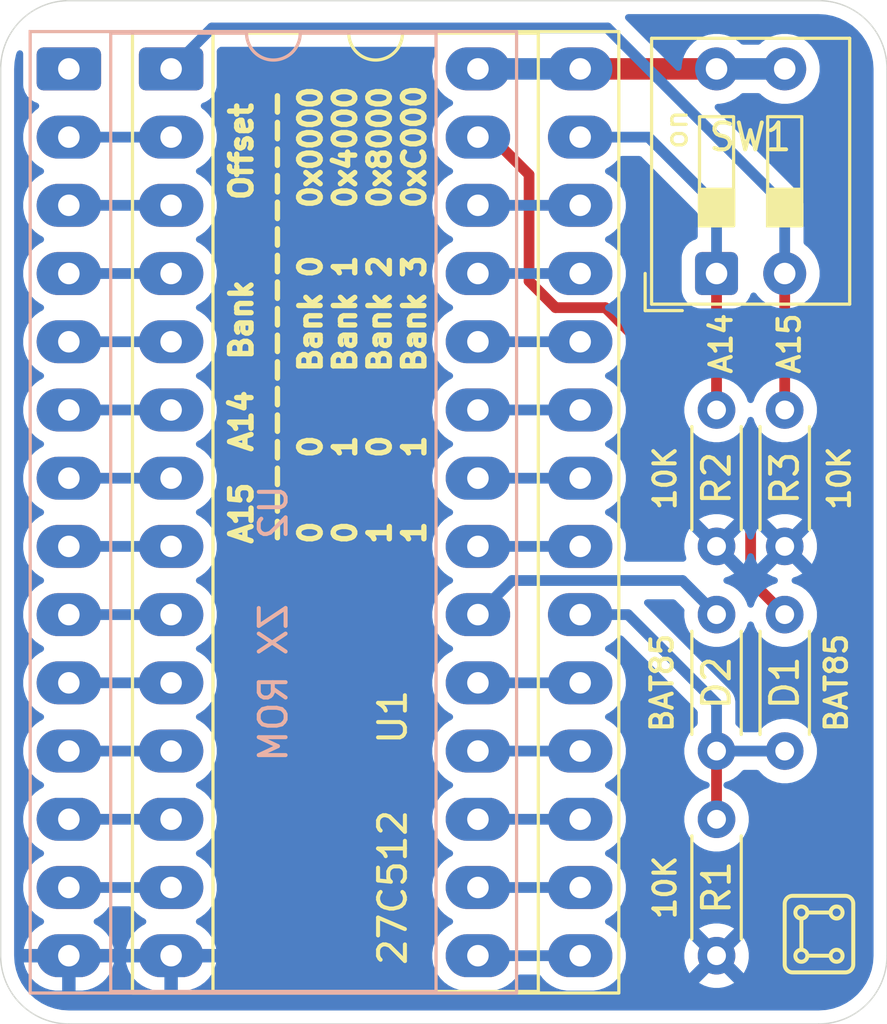
<source format=kicad_pcb>
(kicad_pcb (version 20241229) (generator "pcbnew") (generator_version "9.0")
  (layers (0 "F.Cu" signal) (2 "B.Cu" signal) (13 "F.Paste" user) (15 "B.Paste" user) (5 "F.SilkS" user "F.Silkscreen") (7 "B.SilkS" user "B.Silkscreen") (1 "F.Mask" user) (3 "B.Mask" user) (25 "Edge.Cuts" user))
  (net 0 "")
  (net 1 "~{CE}")
  (net 2 "Net-(D1-A)")
  (net 3 "Net-(D2-A)")
  (net 4 "GND")
  (net 5 "A14")
  (net 6 "A15")
  (net 7 "VCC")
  (net 8 "A1")
  (net 9 "D2")
  (net 10 "D7")
  (net 11 "D6")
  (net 12 "D3")
  (net 13 "D5")
  (net 14 "A6")
  (net 15 "D1")
  (net 16 "A12")
  (net 17 "A10")
  (net 18 "A2")
  (net 19 "A4")
  (net 20 "A7")
  (net 21 "A8")
  (net 22 "D0")
  (net 23 "A13")
  (net 24 "A3")
  (net 25 "A5")
  (net 26 "A11")
  (net 27 "D4")
  (net 28 "A0")
  (net 29 "~{OE}")
  (net 30 "A9")
  (footprint "Resistor_THT:R_Axial_DIN0204_L3.6mm_D1.6mm_P5.08mm_Horizontal" (layer "F.Cu") (at 175.26 88.9 -90)
    (property "Reference" "R2" (at 2.54 0 90) (layer "F.SilkS"))
    (property "Value" "10K" (at 2.54 1.92 90) (layer "F.SilkS") (effects (font (size 0.8 0.8))))
    (fp_line (start 0.62 0.92) (end 4.46 0.92) (stroke (width 0.12)) (layer "F.SilkS"))
    (fp_line (start 0.62 -0.92) (end 4.46 -0.92) (stroke (width 0.12)) (layer "F.SilkS"))
    (pad "1" thru_hole circle (at 0 0 270) (size 1.4 1.4) (drill 0.7) (layers "*.Cu" "*.Mask") (net 5 "A14"))
    (pad "2" thru_hole circle (at 5.08 0 270) (size 1.4 1.4) (drill 0.7) (layers "*.Cu" "*.Mask") (net 4 "GND"))
  )
  (footprint "Button_Switch_THT:SW_DIP_SPSTx02_Slide_9.78x7.26mm_W7.62mm_P2.54mm" (layer "F.Cu") (at 175.26 83.82 90)
    (property "Reference" "SW1" (at 5.08 1.2575 180) (layer "F.SilkS"))
    (property "Value" "SW_DIP_x02")
    (fp_line (start -1.38 -2.66) (end 0.003 -2.66) (stroke (width 0.12)) (layer "F.SilkS"))
    (fp_line (start -1.38 -2.66) (end -1.38 -1.277) (stroke (width 0.12)) (layer "F.SilkS"))
    (fp_line (start 8.76 -2.42) (end 8.76 4.96) (stroke (width 0.12)) (layer "F.SilkS"))
    (fp_line (start -1.14 -2.42) (end 8.76 -2.42) (stroke (width 0.12)) (layer "F.SilkS"))
    (fp_line (start -1.14 -2.42) (end -1.14 4.96) (stroke (width 0.12)) (layer "F.SilkS"))
    (fp_line (start 3.133333 -0.635) (end 3.133333 0.635) (stroke (width 0.12)) (layer "F.SilkS"))
    (fp_line (start 3.133333 1.905) (end 3.133333 3.175) (stroke (width 0.12)) (layer "F.SilkS"))
    (fp_line (start -1.14 4.96) (end 8.76 4.96) (stroke (width 0.12)) (layer "F.SilkS"))
    (fp_rect (start 1.78 -0.635) (end 5.84 0.635) (stroke (width 0.12)) (fill no) (layer "F.SilkS"))
    (fp_rect (start 1.78 -0.635) (end 3.133333 0.635) (stroke (width 0.12)) (fill yes) (layer "F.SilkS"))
    (fp_rect (start 1.78 1.905) (end 5.84 3.175) (stroke (width 0.12)) (fill no) (layer "F.SilkS"))
    (fp_rect (start 1.78 1.905) (end 3.133333 3.175) (stroke (width 0.12)) (fill yes) (layer "F.SilkS"))
    (fp_text user "on" (at 5.365 -1.4975 90) (layer "F.SilkS") (effects (font (size 0.8 0.8) (thickness 0.12))))
    (pad "1" thru_hole roundrect (at 0 0 90) (size 1.6 1.6) (drill 0.8) (layers "*.Cu" "*.Mask") (roundrect_rratio 0.15625) (net 5 "A14"))
    (pad "2" thru_hole circle (at 0 2.54 90) (size 1.6 1.6) (drill 0.8) (layers "*.Cu" "*.Mask") (net 6 "A15"))
    (pad "3" thru_hole circle (at 7.62 2.54 90) (size 1.6 1.6) (drill 0.8) (layers "*.Cu" "*.Mask") (net 7 "VCC"))
    (pad "4" thru_hole circle (at 7.62 0 90) (size 1.6 1.6) (drill 0.8) (layers "*.Cu" "*.Mask") (net 7 "VCC"))
  )
  (footprint "Resistor_THT:R_Axial_DIN0204_L3.6mm_D1.6mm_P5.08mm_Horizontal" (layer "F.Cu") (at 177.8 101.6 90)
    (property "Reference" "D1" (at 2.54 0 90) (layer "F.SilkS"))
    (property "Value" "BAT85" (at 2.54 1.92 90) (layer "F.SilkS") (effects (font (size 0.8 0.8))))
    (fp_line (start 0.62 -0.92) (end 4.46 -0.92) (stroke (width 0.12)) (layer "F.SilkS"))
    (fp_line (start 0.62 0.92) (end 4.46 0.92) (stroke (width 0.12)) (layer "F.SilkS"))
    (pad "1" thru_hole circle (at 0 0 90) (size 1.4 1.4) (drill 0.7) (layers "*.Cu" "*.Mask") (net 1 "~{CE}"))
    (pad "2" thru_hole circle (at 5.08 0 90) (size 1.4 1.4) (drill 0.7) (layers "*.Cu" "*.Mask") (net 2 "Net-(D1-A)"))
  )
  (footprint "Package_DIP:DIP-28_W15.24mm_Socket_LongPads" (layer "F.Cu") (at 151.13 76.2)
    (property "Reference" "U2" (at 7.62 16.51 90) (layer "B.SilkS") (effects (justify mirror)))
    (property "Value" "ZX ROM" (at 7.62 22.86 90) (layer "B.SilkS") (effects (justify mirror)))
    (fp_line (start 1.56 -1.33) (end 1.56 34.35) (stroke (width 0.12)) (layer "B.SilkS"))
    (fp_line (start 1.56 34.35) (end 13.68 34.35) (stroke (width 0.12)) (layer "B.SilkS"))
    (fp_line (start 6.62 -1.33) (end 1.56 -1.33) (stroke (width 0.12)) (layer "B.SilkS"))
    (fp_line (start 13.68 -1.33) (end 8.62 -1.33) (stroke (width 0.12)) (layer "B.SilkS"))
    (fp_line (start 13.68 34.35) (end 13.68 -1.33) (stroke (width 0.12)) (layer "B.SilkS"))
    (fp_rect (start -1.44 -1.39) (end 16.68 34.41) (stroke (width 0.12)) (fill no) (layer "B.SilkS"))
    (fp_arc (start 8.62 -1.33) (mid 7.62 -0.33) (end 6.62 -1.33) (stroke (width 0.12)) (layer "B.SilkS"))
    (pad "1" thru_hole roundrect (at 0 0) (size 2.4 1.6) (drill 0.8) (layers "*.Cu" "*.Mask") (roundrect_rratio 0.15625))
    (pad "2" thru_hole oval (at 0 2.54) (size 2.4 1.6) (drill 0.8) (layers "*.Cu" "*.Mask") (net 16 "A12"))
    (pad "3" thru_hole oval (at 0 5.08) (size 2.4 1.6) (drill 0.8) (layers "*.Cu" "*.Mask") (net 20 "A7"))
    (pad "4" thru_hole oval (at 0 7.62) (size 2.4 1.6) (drill 0.8) (layers "*.Cu" "*.Mask") (net 14 "A6"))
    (pad "5" thru_hole oval (at 0 10.16) (size 2.4 1.6) (drill 0.8) (layers "*.Cu" "*.Mask") (net 25 "A5"))
    (pad "6" thru_hole oval (at 0 12.7) (size 2.4 1.6) (drill 0.8) (layers "*.Cu" "*.Mask") (net 19 "A4"))
    (pad "7" thru_hole oval (at 0 15.24) (size 2.4 1.6) (drill 0.8) (layers "*.Cu" "*.Mask") (net 24 "A3"))
    (pad "8" thru_hole oval (at 0 17.78) (size 2.4 1.6) (drill 0.8) (layers "*.Cu" "*.Mask") (net 18 "A2"))
    (pad "9" thru_hole oval (at 0 20.32) (size 2.4 1.6) (drill 0.8) (layers "*.Cu" "*.Mask") (net 8 "A1"))
    (pad "10" thru_hole oval (at 0 22.86) (size 2.4 1.6) (drill 0.8) (layers "*.Cu" "*.Mask") (net 28 "A0"))
    (pad "11" thru_hole oval (at 0 25.4) (size 2.4 1.6) (drill 0.8) (layers "*.Cu" "*.Mask") (net 22 "D0"))
    (pad "12" thru_hole oval (at 0 27.94) (size 2.4 1.6) (drill 0.8) (layers "*.Cu" "*.Mask") (net 15 "D1"))
    (pad "13" thru_hole oval (at 0 30.48) (size 2.4 1.6) (drill 0.8) (layers "*.Cu" "*.Mask") (net 9 "D2"))
    (pad "14" thru_hole oval (at 0 33.02) (size 2.4 1.6) (drill 0.8) (layers "*.Cu" "*.Mask") (net 4 "GND"))
    (pad "15" thru_hole oval (at 15.24 33.02) (size 2.4 1.6) (drill 0.8) (layers "*.Cu" "*.Mask") (net 12 "D3"))
    (pad "16" thru_hole oval (at 15.24 30.48) (size 2.4 1.6) (drill 0.8) (layers "*.Cu" "*.Mask") (net 27 "D4"))
    (pad "17" thru_hole oval (at 15.24 27.94) (size 2.4 1.6) (drill 0.8) (layers "*.Cu" "*.Mask") (net 13 "D5"))
    (pad "18" thru_hole oval (at 15.24 25.4) (size 2.4 1.6) (drill 0.8) (layers "*.Cu" "*.Mask") (net 11 "D6"))
    (pad "19" thru_hole oval (at 15.24 22.86) (size 2.4 1.6) (drill 0.8) (layers "*.Cu" "*.Mask") (net 10 "D7"))
    (pad "20" thru_hole oval (at 15.24 20.32) (size 2.4 1.6) (drill 0.8) (layers "*.Cu" "*.Mask") (net 3 "Net-(D2-A)"))
    (pad "21" thru_hole oval (at 15.24 17.78) (size 2.4 1.6) (drill 0.8) (layers "*.Cu" "*.Mask") (net 17 "A10"))
    (pad "22" thru_hole oval (at 15.24 15.24) (size 2.4 1.6) (drill 0.8) (layers "*.Cu" "*.Mask") (net 29 "~{OE}"))
    (pad "23" thru_hole oval (at 15.24 12.7) (size 2.4 1.6) (drill 0.8) (layers "*.Cu" "*.Mask") (net 26 "A11"))
    (pad "24" thru_hole oval (at 15.24 10.16) (size 2.4 1.6) (drill 0.8) (layers "*.Cu" "*.Mask") (net 30 "A9"))
    (pad "25" thru_hole oval (at 15.24 7.62) (size 2.4 1.6) (drill 0.8) (layers "*.Cu" "*.Mask") (net 21 "A8"))
    (pad "26" thru_hole oval (at 15.24 5.08) (size 2.4 1.6) (drill 0.8) (layers "*.Cu" "*.Mask") (net 23 "A13"))
    (pad "27" thru_hole oval (at 15.24 2.54) (size 2.4 1.6) (drill 0.8) (layers "*.Cu" "*.Mask") (net 2 "Net-(D1-A)"))
    (pad "28" thru_hole oval (at 15.24 0) (size 2.4 1.6) (drill 0.8) (layers "*.Cu" "*.Mask") (net 7 "VCC"))
  )
  (footprint "Resistor_THT:R_Axial_DIN0204_L3.6mm_D1.6mm_P5.08mm_Horizontal" (layer "F.Cu") (at 177.8 88.9 -90)
    (property "Reference" "R3" (at 2.54 0 90) (layer "F.SilkS"))
    (property "Value" "10K" (at 2.54 -2.032 90) (layer "F.SilkS") (effects (font (size 0.8 0.8))))
    (fp_line (start 0.62 0.92) (end 4.46 0.92) (stroke (width 0.12)) (layer "F.SilkS"))
    (fp_line (start 0.62 -0.92) (end 4.46 -0.92) (stroke (width 0.12)) (layer "F.SilkS"))
    (pad "1" thru_hole circle (at 0 0 270) (size 1.4 1.4) (drill 0.7) (layers "*.Cu" "*.Mask") (net 6 "A15"))
    (pad "2" thru_hole circle (at 5.08 0 270) (size 1.4 1.4) (drill 0.7) (layers "*.Cu" "*.Mask") (net 4 "GND"))
  )
  (footprint "Resistor_THT:R_Axial_DIN0204_L3.6mm_D1.6mm_P5.08mm_Horizontal" (layer "F.Cu") (at 175.26 101.6 90)
    (property "Reference" "D2" (at 2.54 0 90) (layer "F.SilkS"))
    (property "Value" "BAT85" (at 2.54 -2.032 90) (layer "F.SilkS") (effects (font (size 0.8 0.8))))
    (fp_line (start 0.62 -0.92) (end 4.46 -0.92) (stroke (width 0.12)) (layer "F.SilkS"))
    (fp_line (start 0.62 0.92) (end 4.46 0.92) (stroke (width 0.12)) (layer "F.SilkS"))
    (pad "1" thru_hole circle (at 0 0 90) (size 1.4 1.4) (drill 0.7) (layers "*.Cu" "*.Mask") (net 1 "~{CE}"))
    (pad "2" thru_hole circle (at 5.08 0 90) (size 1.4 1.4) (drill 0.7) (layers "*.Cu" "*.Mask") (net 3 "Net-(D2-A)"))
  )
  (footprint "Resistor_THT:R_Axial_DIN0204_L3.6mm_D1.6mm_P5.08mm_Horizontal" (layer "F.Cu") (at 175.26 104.14 -90)
    (property "Reference" "R1" (at 2.54 0 90) (layer "F.SilkS"))
    (property "Value" "10K" (at 2.54 1.92 90) (layer "F.SilkS") (effects (font (size 0.8 0.8))))
    (fp_line (start 0.62 0.92) (end 4.46 0.92) (stroke (width 0.12)) (layer "F.SilkS"))
    (fp_line (start 0.62 -0.92) (end 4.46 -0.92) (stroke (width 0.12)) (layer "F.SilkS"))
    (pad "1" thru_hole circle (at 0 0 270) (size 1.4 1.4) (drill 0.7) (layers "*.Cu" "*.Mask") (net 1 "~{CE}"))
    (pad "2" thru_hole circle (at 5.08 0 270) (size 1.4 1.4) (drill 0.7) (layers "*.Cu" "*.Mask") (net 4 "GND"))
  )
  (footprint "Package_DIP:DIP-28_W15.24mm_Socket_LongPads" (layer "F.Cu") (at 154.94 76.2)
    (property "Reference" "U1" (at 8.255 24.13 90) (layer "F.SilkS"))
    (property "Value" "27C512" (at 8.255 30.48 90) (layer "F.SilkS"))
    (fp_line (start 1.56 -1.33) (end 1.56 34.35) (stroke (width 0.12)) (layer "F.SilkS"))
    (fp_line (start 1.56 34.35) (end 13.68 34.35) (stroke (width 0.12)) (layer "F.SilkS"))
    (fp_line (start 6.62 -1.33) (end 1.56 -1.33) (stroke (width 0.12)) (layer "F.SilkS"))
    (fp_line (start 13.68 -1.33) (end 8.62 -1.33) (stroke (width 0.12)) (layer "F.SilkS"))
    (fp_line (start 13.68 34.35) (end 13.68 -1.33) (stroke (width 0.12)) (layer "F.SilkS"))
    (fp_rect (start -1.44 -1.39) (end 16.68 34.41) (stroke (width 0.12)) (fill no) (layer "F.SilkS"))
    (fp_arc (start 8.62 -1.33) (mid 7.62 -0.33) (end 6.62 -1.33) (stroke (width 0.12)) (layer "F.SilkS"))
    (pad "1" thru_hole roundrect (at 0 0) (size 2.4 1.6) (drill 0.8) (layers "*.Cu" "*.Mask") (roundrect_rratio 0.15625) (net 6 "A15"))
    (pad "2" thru_hole oval (at 0 2.54) (size 2.4 1.6) (drill 0.8) (layers "*.Cu" "*.Mask") (net 16 "A12"))
    (pad "3" thru_hole oval (at 0 5.08) (size 2.4 1.6) (drill 0.8) (layers "*.Cu" "*.Mask") (net 20 "A7"))
    (pad "4" thru_hole oval (at 0 7.62) (size 2.4 1.6) (drill 0.8) (layers "*.Cu" "*.Mask") (net 14 "A6"))
    (pad "5" thru_hole oval (at 0 10.16) (size 2.4 1.6) (drill 0.8) (layers "*.Cu" "*.Mask") (net 25 "A5"))
    (pad "6" thru_hole oval (at 0 12.7) (size 2.4 1.6) (drill 0.8) (layers "*.Cu" "*.Mask") (net 19 "A4"))
    (pad "7" thru_hole oval (at 0 15.24) (size 2.4 1.6) (drill 0.8) (layers "*.Cu" "*.Mask") (net 24 "A3"))
    (pad "8" thru_hole oval (at 0 17.78) (size 2.4 1.6) (drill 0.8) (layers "*.Cu" "*.Mask") (net 18 "A2"))
    (pad "9" thru_hole oval (at 0 20.32) (size 2.4 1.6) (drill 0.8) (layers "*.Cu" "*.Mask") (net 8 "A1"))
    (pad "10" thru_hole oval (at 0 22.86) (size 2.4 1.6) (drill 0.8) (layers "*.Cu" "*.Mask") (net 28 "A0"))
    (pad "11" thru_hole oval (at 0 25.4) (size 2.4 1.6) (drill 0.8) (layers "*.Cu" "*.Mask") (net 22 "D0"))
    (pad "12" thru_hole oval (at 0 27.94) (size 2.4 1.6) (drill 0.8) (layers "*.Cu" "*.Mask") (net 15 "D1"))
    (pad "13" thru_hole oval (at 0 30.48) (size 2.4 1.6) (drill 0.8) (layers "*.Cu" "*.Mask") (net 9 "D2"))
    (pad "14" thru_hole oval (at 0 33.02) (size 2.4 1.6) (drill 0.8) (layers "*.Cu" "*.Mask") (net 4 "GND"))
    (pad "15" thru_hole oval (at 15.24 33.02) (size 2.4 1.6) (drill 0.8) (layers "*.Cu" "*.Mask") (net 12 "D3"))
    (pad "16" thru_hole oval (at 15.24 30.48) (size 2.4 1.6) (drill 0.8) (layers "*.Cu" "*.Mask") (net 27 "D4"))
    (pad "17" thru_hole oval (at 15.24 27.94) (size 2.4 1.6) (drill 0.8) (layers "*.Cu" "*.Mask") (net 13 "D5"))
    (pad "18" thru_hole oval (at 15.24 25.4) (size 2.4 1.6) (drill 0.8) (layers "*.Cu" "*.Mask") (net 11 "D6"))
    (pad "19" thru_hole oval (at 15.24 22.86) (size 2.4 1.6) (drill 0.8) (layers "*.Cu" "*.Mask") (net 10 "D7"))
    (pad "20" thru_hole oval (at 15.24 20.32) (size 2.4 1.6) (drill 0.8) (layers "*.Cu" "*.Mask") (net 1 "~{CE}"))
    (pad "21" thru_hole oval (at 15.24 17.78) (size 2.4 1.6) (drill 0.8) (layers "*.Cu" "*.Mask") (net 17 "A10"))
    (pad "22" thru_hole oval (at 15.24 15.24) (size 2.4 1.6) (drill 0.8) (layers "*.Cu" "*.Mask") (net 29 "~{OE}"))
    (pad "23" thru_hole oval (at 15.24 12.7) (size 2.4 1.6) (drill 0.8) (layers "*.Cu" "*.Mask") (net 26 "A11"))
    (pad "24" thru_hole oval (at 15.24 10.16) (size 2.4 1.6) (drill 0.8) (layers "*.Cu" "*.Mask") (net 30 "A9"))
    (pad "25" thru_hole oval (at 15.24 7.62) (size 2.4 1.6) (drill 0.8) (layers "*.Cu" "*.Mask") (net 21 "A8"))
    (pad "26" thru_hole oval (at 15.24 5.08) (size 2.4 1.6) (drill 0.8) (layers "*.Cu" "*.Mask") (net 23 "A13"))
    (pad "27" thru_hole oval (at 15.24 2.54) (size 2.4 1.6) (drill 0.8) (layers "*.Cu" "*.Mask") (net 5 "A14"))
    (pad "28" thru_hole oval (at 15.24 0) (size 2.4 1.6) (drill 0.8) (layers "*.Cu" "*.Mask") (net 7 "VCC"))
  )
  (gr_poly (pts (xy 178.435 108.924989) (xy 178.45009 108.926142) (xy 178.464963 108.928039) (xy 178.479601 108.930663) (xy 178.493985 108.933994) (xy 178.508097 108.938013) (xy 178.521917 108.942702) (xy 178.535426 108.948041) (xy 178.548606 108.954013) (xy 178.561438 108.960597) (xy 178.573903 108.967775) (xy 178.585981 108.975528) (xy 178.597654 108.983837) (xy 178.608904 108.992684) (xy 178.61971 109.002049) (xy 178.630055 109.011913) (xy 178.63992 109.022258) (xy 178.649285 109.033065) (xy 178.658131 109.044315) (xy 178.66644 109.055988) (xy 178.674193 109.068067) (xy 178.681371 109.080531) (xy 178.687956 109.093363) (xy 178.693927 109.106543) (xy 178.699266 109.120053) (xy 178.703955 109.133873) (xy 178.707975 109.147985) (xy 178.711305 109.16237) (xy 178.713929 109.177008) (xy 178.715826 109.191882) (xy 178.716979 109.206971) (xy 178.717367 109.222258) (xy 178.716979 109.237545) (xy 178.715826 109.252634) (xy 178.713929 109.267507) (xy 178.711305 109.282146) (xy 178.707975 109.29653) (xy 178.703955 109.310642) (xy 178.699266 109.324462) (xy 178.693927 109.337972) (xy 178.687956 109.351152) (xy 178.681371 109.363984) (xy 178.674193 109.376448) (xy 178.66644 109.388527) (xy 178.658131 109.4002) (xy 178.649285 109.41145) (xy 178.63992 109.422256) (xy 178.630055 109.432601) (xy 178.61971 109.442466) (xy 178.608904 109.451831) (xy 178.597654 109.460677) (xy 178.585981 109.468986) (xy 178.573903 109.47674) (xy 178.561438 109.483918) (xy 178.548606 109.490502) (xy 178.535426 109.496473) (xy 178.521917 109.501812) (xy 178.508097 109.506501) (xy 178.493985 109.510521) (xy 178.479601 109.513852) (xy 178.464963 109.516475) (xy 178.45009 109.518373) (xy 178.435 109.519525) (xy 178.419714 109.519913) (xy 178.404427 109.519525) (xy 178.389337 109.518373) (xy 178.374464 109.516475) (xy 178.359825 109.513852) (xy 178.345441 109.510521) (xy 178.331329 109.506501) (xy 178.317509 109.501812) (xy 178.303999 109.496473) (xy 178.290819 109.490502) (xy 178.277987 109.483918) (xy 178.265522 109.47674) (xy 178.253444 109.468986) (xy 178.24177 109.460677) (xy 178.230521 109.451831) (xy 178.219714 109.442466) (xy 178.209369 109.432601) (xy 178.199505 109.422256) (xy 178.19014 109.41145) (xy 178.181293 109.4002) (xy 178.172984 109.388527) (xy 178.165231 109.376448) (xy 178.158053 109.363984) (xy 178.151468 109.351152) (xy 178.145497 109.337972) (xy 178.140158 109.324462) (xy 178.135469 109.310642) (xy 178.131449 109.29653) (xy 178.128118 109.282146) (xy 178.125495 109.267507) (xy 178.123597 109.252634) (xy 178.122445 109.237545) (xy 178.122057 109.22226) (xy 178.271547 109.22226) (xy 178.271739 109.229901) (xy 178.27231 109.23744) (xy 178.27325 109.244868) (xy 178.274549 109.252175) (xy 178.2762 109.259352) (xy 178.278192 109.266391) (xy 178.280516 109.273281) (xy 178.283164 109.280013) (xy 178.286125 109.286579) (xy 178.289391 109.292969) (xy 178.292953 109.299174) (xy 178.296801 109.305185) (xy 178.300926 109.310992) (xy 178.305319 109.316587) (xy 178.30997 109.321959) (xy 178.314872 109.327101) (xy 178.320013 109.332002) (xy 178.325386 109.336654) (xy 178.33098 109.341047) (xy 178.336787 109.345172) (xy 178.342798 109.34902) (xy 178.349003 109.352582) (xy 178.355393 109.355848) (xy 178.361959 109.35881) (xy 178.368692 109.361457) (xy 178.375582 109.363782) (xy 178.38262 109.365774) (xy 178.389798 109.367424) (xy 178.397105 109.368724) (xy 178.404533 109.369664) (xy 178.412072 109.370234) (xy 178.419714 109.370427) (xy 178.427355 109.370234) (xy 178.434894 109.369664) (xy 178.442322 109.368724) (xy 178.449629 109.367424) (xy 178.456806 109.365774) (xy 178.463844 109.363782) (xy 178.470734 109.361457) (xy 178.477466 109.35881) (xy 178.484032 109.355848) (xy 178.490422 109.352582) (xy 178.496627 109.34902) (xy 178.502637 109.345172) (xy 178.508444 109.341047) (xy 178.514039 109.336654) (xy 178.519411 109.332002) (xy 178.524553 109.327101) (xy 178.529454 109.321959) (xy 178.534105 109.316587) (xy 178.538498 109.310992) (xy 178.542623 109.305185) (xy 178.546471 109.299174) (xy 178.550033 109.292969) (xy 178.553299 109.286579) (xy 178.55626 109.280013) (xy 178.558908 109.273281) (xy 178.561232 109.266391) (xy 178.563224 109.259352) (xy 178.564874 109.252175) (xy 178.566174 109.244868) (xy 178.567114 109.23744) (xy 178.567684 109.229901) (xy 178.567877 109.22226) (xy 178.567684 109.214619) (xy 178.567114 109.20708) (xy 178.566174 109.199652) (xy 178.564874 109.192345) (xy 178.563224 109.185168) (xy 178.561232 109.178129) (xy 178.558908 109.171239) (xy 178.55626 109.164507) (xy 178.553299 109.157941) (xy 178.550033 109.151551) (xy 178.546471 109.145346) (xy 178.542623 109.139335) (xy 178.538498 109.133528) (xy 178.534105 109.127934) (xy 178.529454 109.122561) (xy 178.524553 109.117419) (xy 178.519411 109.112518) (xy 178.514039 109.107866) (xy 178.508444 109.103473) (xy 178.502637 109.099348) (xy 178.496627 109.0955) (xy 178.490422 109.091938) (xy 178.484032 109.088672) (xy 178.477466 109.08571) (xy 178.470734 109.083063) (xy 178.463844 109.080738) (xy 178.456806 109.078746) (xy 178.449629 109.077096) (xy 178.442322 109.075796) (xy 178.434894 109.074856) (xy 178.427355 109.074286) (xy 178.419714 109.074093) (xy 178.412072 109.074286) (xy 178.404533 109.074856) (xy 178.397105 109.075796) (xy 178.389798 109.077096) (xy 178.38262 109.078746) (xy 178.375582 109.080738) (xy 178.368692 109.083063) (xy 178.361959 109.08571) (xy 178.355393 109.088672) (xy 178.349003 109.091938) (xy 178.342798 109.0955) (xy 178.336787 109.099348) (xy 178.33098 109.103473) (xy 178.325386 109.107866) (xy 178.320013 109.112518) (xy 178.314872 109.117419) (xy 178.30997 109.122561) (xy 178.305319 109.127934) (xy 178.300926 109.133528) (xy 178.296801 109.139335) (xy 178.292953 109.145346) (xy 178.289391 109.151551) (xy 178.286125 109.157941) (xy 178.283164 109.164507) (xy 178.280516 109.171239) (xy 178.278192 109.178129) (xy 178.2762 109.185168) (xy 178.274549 109.192345) (xy 178.27325 109.199652) (xy 178.27231 109.20708) (xy 178.271739 109.214619) (xy 178.271547 109.22226) (xy 178.122057 109.22226) (xy 178.122057 109.222258) (xy 178.122445 109.206971) (xy 178.123597 109.191882) (xy 178.125495 109.177008) (xy 178.128118 109.16237) (xy 178.131449 109.147985) (xy 178.135469 109.133873) (xy 178.140158 109.120053) (xy 178.145497 109.106543) (xy 178.151468 109.093363) (xy 178.158053 109.080531) (xy 178.165231 109.068067) (xy 178.172984 109.055988) (xy 178.181293 109.044315) (xy 178.19014 109.033065) (xy 178.199505 109.022258) (xy 178.209369 109.011913) (xy 178.219714 109.002049) (xy 178.230521 108.992684) (xy 178.24177 108.983837) (xy 178.253444 108.975528) (xy 178.265522 108.967775) (xy 178.277987 108.960597) (xy 178.290819 108.954013) (xy 178.303999 108.948041) (xy 178.317509 108.942702) (xy 178.331329 108.938013) (xy 178.345441 108.933994) (xy 178.359825 108.930663) (xy 178.374464 108.928039) (xy 178.389337 108.926142) (xy 178.404427 108.924989) (xy 178.419714 108.924601)) (fill yes) (layer "F.SilkS"))
  (gr_poly (pts (xy 178.435 107.315) (xy 178.45009 107.316153) (xy 178.464963 107.31805) (xy 178.479601 107.320674) (xy 178.493985 107.324005) (xy 178.508097 107.328024) (xy 178.521917 107.332713) (xy 178.535426 107.338052) (xy 178.548606 107.344024) (xy 178.561438 107.350608) (xy 178.573903 107.357786) (xy 178.585981 107.365539) (xy 178.597654 107.373848) (xy 178.608904 107.382695) (xy 178.61971 107.39206) (xy 178.630055 107.401924) (xy 178.63992 107.412269) (xy 178.649285 107.423076) (xy 178.658131 107.434326) (xy 178.66644 107.445999) (xy 178.674193 107.458078) (xy 178.681371 107.470542) (xy 178.687956 107.483374) (xy 178.693927 107.496554) (xy 178.699266 107.510064) (xy 178.703955 107.523884) (xy 178.707975 107.537996) (xy 178.711305 107.552381) (xy 178.713929 107.567019) (xy 178.715826 107.581893) (xy 178.716979 107.596982) (xy 178.717367 107.612269) (xy 178.716979 107.627556) (xy 178.715826 107.642645) (xy 178.713929 107.657518) (xy 178.711305 107.672157) (xy 178.707975 107.686541) (xy 178.703955 107.700653) (xy 178.699266 107.714473) (xy 178.693927 107.727983) (xy 178.687956 107.741163) (xy 178.681371 107.753994) (xy 178.674193 107.766459) (xy 178.66644 107.778537) (xy 178.658131 107.790211) (xy 178.649285 107.80146) (xy 178.63992 107.812267) (xy 178.630055 107.822612) (xy 178.61971 107.832477) (xy 178.608904 107.841841) (xy 178.597654 107.850688) (xy 178.585981 107.858997) (xy 178.573903 107.86675) (xy 178.561438 107.873928) (xy 178.548606 107.880513) (xy 178.535426 107.886484) (xy 178.521917 107.891823) (xy 178.508097 107.896512) (xy 178.493985 107.900532) (xy 178.479601 107.903862) (xy 178.464963 107.906486) (xy 178.45009 107.908383) (xy 178.435 107.909536) (xy 178.419714 107.909924) (xy 178.404427 107.909536) (xy 178.389337 107.908383) (xy 178.374464 107.906486) (xy 178.359825 107.903862) (xy 178.345441 107.900532) (xy 178.331329 107.896512) (xy 178.317509 107.891823) (xy 178.303999 107.886484) (xy 178.290819 107.880513) (xy 178.277987 107.873928) (xy 178.265522 107.86675) (xy 178.253444 107.858997) (xy 178.24177 107.850688) (xy 178.230521 107.841841) (xy 178.219714 107.832477) (xy 178.209369 107.822612) (xy 178.199505 107.812267) (xy 178.19014 107.80146) (xy 178.181293 107.790211) (xy 178.172984 107.778537) (xy 178.165231 107.766459) (xy 178.158053 107.753994) (xy 178.151468 107.741163) (xy 178.145497 107.727983) (xy 178.140158 107.714473) (xy 178.135469 107.700653) (xy 178.131449 107.686541) (xy 178.128118 107.672157) (xy 178.125495 107.657518) (xy 178.123597 107.642645) (xy 178.122445 107.627556) (xy 178.122057 107.612269) (xy 178.271547 107.612269) (xy 178.271739 107.61991) (xy 178.27231 107.627449) (xy 178.27325 107.634877) (xy 178.274549 107.642184) (xy 178.2762 107.649361) (xy 178.278192 107.656399) (xy 178.280516 107.663289) (xy 178.283164 107.670022) (xy 178.286125 107.676588) (xy 178.289391 107.682978) (xy 178.292953 107.689182) (xy 178.296801 107.695193) (xy 178.300926 107.701) (xy 178.305319 107.706595) (xy 178.30997 107.711967) (xy 178.314872 107.717109) (xy 178.320013 107.72201) (xy 178.325386 107.726662) (xy 178.33098 107.731055) (xy 178.336787 107.73518) (xy 178.342798 107.739028) (xy 178.349003 107.742589) (xy 178.355393 107.745856) (xy 178.361959 107.748817) (xy 178.368692 107.751465) (xy 178.375582 107.753789) (xy 178.38262 107.755781) (xy 178.389798 107.757431) (xy 178.397105 107.758731) (xy 178.404533 107.759671) (xy 178.412072 107.760241) (xy 178.419714 107.760434) (xy 178.427355 107.760241) (xy 178.434894 107.759671) (xy 178.442322 107.758731) (xy 178.449629 107.757431) (xy 178.456806 107.755781) (xy 178.463844 107.753789) (xy 178.470734 107.751465) (xy 178.477466 107.748817) (xy 178.484032 107.745856) (xy 178.490422 107.742589) (xy 178.496627 107.739028) (xy 178.502637 107.73518) (xy 178.508444 107.731055) (xy 178.514039 107.726662) (xy 178.519411 107.72201) (xy 178.524553 107.717109) (xy 178.529454 107.711967) (xy 178.534105 107.706595) (xy 178.538498 107.701) (xy 178.542623 107.695193) (xy 178.546471 107.689182) (xy 178.550033 107.682978) (xy 178.553299 107.676588) (xy 178.55626 107.670022) (xy 178.558908 107.663289) (xy 178.561232 107.656399) (xy 178.563224 107.649361) (xy 178.564874 107.642184) (xy 178.566174 107.634877) (xy 178.567114 107.627449) (xy 178.567684 107.61991) (xy 178.567877 107.612269) (xy 178.567684 107.604628) (xy 178.567114 107.597089) (xy 178.566174 107.589661) (xy 178.564874 107.582354) (xy 178.563224 107.575177) (xy 178.561232 107.568138) (xy 178.558908 107.561248) (xy 178.55626 107.554516) (xy 178.553299 107.54795) (xy 178.550033 107.54156) (xy 178.546471 107.535355) (xy 178.542623 107.529344) (xy 178.538498 107.523537) (xy 178.534105 107.517942) (xy 178.529454 107.51257) (xy 178.524553 107.507428) (xy 178.519411 107.502527) (xy 178.514039 107.497875) (xy 178.508444 107.493482) (xy 178.502637 107.489357) (xy 178.496627 107.485509) (xy 178.490422 107.481947) (xy 178.484032 107.478681) (xy 178.477466 107.475719) (xy 178.470734 107.473072) (xy 178.463844 107.470747) (xy 178.456806 107.468755) (xy 178.449629 107.467105) (xy 178.442322 107.465805) (xy 178.434894 107.464865) (xy 178.427355 107.464295) (xy 178.419714 107.464102) (xy 178.412072 107.464295) (xy 178.404533 107.464865) (xy 178.397105 107.465805) (xy 178.389798 107.467105) (xy 178.38262 107.468755) (xy 178.375582 107.470747) (xy 178.368692 107.473072) (xy 178.361959 107.475719) (xy 178.355393 107.478681) (xy 178.349003 107.481947) (xy 178.342798 107.485509) (xy 178.336787 107.489357) (xy 178.33098 107.493482) (xy 178.325386 107.497875) (xy 178.320013 107.502527) (xy 178.314872 107.507428) (xy 178.30997 107.51257) (xy 178.305319 107.517942) (xy 178.300926 107.523537) (xy 178.296801 107.529344) (xy 178.292953 107.535355) (xy 178.289391 107.54156) (xy 178.286125 107.54795) (xy 178.283164 107.554516) (xy 178.280516 107.561248) (xy 178.278192 107.568138) (xy 178.2762 107.575177) (xy 178.274549 107.582354) (xy 178.27325 107.589661) (xy 178.27231 107.597089) (xy 178.271739 107.604628) (xy 178.271547 107.612269) (xy 178.122057 107.612269) (xy 178.122445 107.596982) (xy 178.123597 107.581893) (xy 178.125495 107.567019) (xy 178.128118 107.552381) (xy 178.131449 107.537996) (xy 178.135469 107.523884) (xy 178.140158 107.510064) (xy 178.145497 107.496554) (xy 178.151468 107.483374) (xy 178.158053 107.470542) (xy 178.165231 107.458078) (xy 178.172984 107.445999) (xy 178.181293 107.434326) (xy 178.19014 107.423076) (xy 178.199505 107.412269) (xy 178.209369 107.401924) (xy 178.219714 107.39206) (xy 178.230521 107.382695) (xy 178.24177 107.373848) (xy 178.253444 107.365539) (xy 178.265522 107.357786) (xy 178.277987 107.350608) (xy 178.290819 107.344024) (xy 178.303999 107.338052) (xy 178.317509 107.332713) (xy 178.331329 107.328024) (xy 178.345441 107.324005) (xy 178.359825 107.320674) (xy 178.374464 107.31805) (xy 178.389337 107.316153) (xy 178.404427 107.315) (xy 178.419714 107.314612)) (fill yes) (layer "F.SilkS"))
  (gr_poly (pts (xy 178.495115 109.014557) (xy 178.346949 109.014557) (xy 178.346949 107.809382) (xy 178.495115 107.809382)) (fill yes) (layer "F.SilkS"))
  (gr_poly (pts (xy 179.747333 108.924989) (xy 179.762422 108.926142) (xy 179.777296 108.928039) (xy 179.791934 108.930663) (xy 179.806319 108.933994) (xy 179.820431 108.938013) (xy 179.834251 108.942702) (xy 179.847761 108.948041) (xy 179.860941 108.954013) (xy 179.873773 108.960597) (xy 179.886237 108.967775) (xy 179.898316 108.975528) (xy 179.909989 108.983837) (xy 179.921239 108.992684) (xy 179.932046 109.002049) (xy 179.942391 109.011913) (xy 179.952255 109.022258) (xy 179.96162 109.033065) (xy 179.970467 109.044315) (xy 179.978776 109.055988) (xy 179.986529 109.068067) (xy 179.993707 109.080531) (xy 180.000291 109.093363) (xy 180.006263 109.106543) (xy 180.011602 109.120053) (xy 180.016291 109.133873) (xy 180.02031 109.147985) (xy 180.023641 109.16237) (xy 180.026265 109.177008) (xy 180.028162 109.191882) (xy 180.029315 109.206971) (xy 180.029703 109.222258) (xy 180.029315 109.237545) (xy 180.028162 109.252634) (xy 180.026265 109.267507) (xy 180.023641 109.282146) (xy 180.02031 109.29653) (xy 180.016291 109.310642) (xy 180.011602 109.324462) (xy 180.006263 109.337972) (xy 180.000291 109.351152) (xy 179.993707 109.363984) (xy 179.986529 109.376448) (xy 179.978776 109.388527) (xy 179.970467 109.4002) (xy 179.96162 109.41145) (xy 179.952255 109.422256) (xy 179.942391 109.432601) (xy 179.932046 109.442466) (xy 179.921239 109.451831) (xy 179.909989 109.460677) (xy 179.898316 109.468986) (xy 179.886237 109.47674) (xy 179.873773 109.483918) (xy 179.860941 109.490502) (xy 179.847761 109.496473) (xy 179.834251 109.501812) (xy 179.820431 109.506501) (xy 179.806319 109.510521) (xy 179.791934 109.513852) (xy 179.777296 109.516475) (xy 179.762422 109.518373) (xy 179.747333 109.519525) (xy 179.732046 109.519913) (xy 179.71676 109.519525) (xy 179.70167 109.518373) (xy 179.686797 109.516475) (xy 179.672159 109.513852) (xy 179.657775 109.510521) (xy 179.643663 109.506501) (xy 179.629843 109.501812) (xy 179.616333 109.496473) (xy 179.603153 109.490502) (xy 179.590322 109.483918) (xy 179.577857 109.47674) (xy 179.565779 109.468986) (xy 179.554106 109.460677) (xy 179.542856 109.451831) (xy 179.53205 109.442466) (xy 179.521705 109.432601) (xy 179.51184 109.422256) (xy 179.502475 109.41145) (xy 179.493629 109.4002) (xy 179.48532 109.388527) (xy 179.477566 109.376448) (xy 179.470388 109.363984) (xy 179.463804 109.351152) (xy 179.457833 109.337972) (xy 179.452494 109.324462) (xy 179.447805 109.310642) (xy 179.443785 109.29653) (xy 179.440454 109.282146) (xy 179.437831 109.267507) (xy 179.435933 109.252634) (xy 179.434781 109.237545) (xy 179.434393 109.22226) (xy 179.583883 109.22226) (xy 179.584075 109.229901) (xy 179.584646 109.23744) (xy 179.585586 109.244868) (xy 179.586885 109.252175) (xy 179.588536 109.259352) (xy 179.590528 109.266391) (xy 179.592852 109.273281) (xy 179.5955 109.280013) (xy 179.598461 109.286579) (xy 179.601727 109.292969) (xy 179.605289 109.299174) (xy 179.609136 109.305185) (xy 179.613262 109.310992) (xy 179.617654 109.316587) (xy 179.622306 109.321959) (xy 179.627207 109.327101) (xy 179.632349 109.332002) (xy 179.637721 109.336654) (xy 179.643315 109.341047) (xy 179.649122 109.345172) (xy 179.655133 109.34902) (xy 179.661338 109.352582) (xy 179.667728 109.355848) (xy 179.674293 109.35881) (xy 179.681026 109.361457) (xy 179.687916 109.363782) (xy 179.694954 109.365774) (xy 179.702131 109.367424) (xy 179.709438 109.368724) (xy 179.716866 109.369664) (xy 179.724405 109.370234) (xy 179.732046 109.370427) (xy 179.739687 109.370234) (xy 179.747226 109.369664) (xy 179.754654 109.368724) (xy 179.761961 109.367424) (xy 179.769138 109.365774) (xy 179.776177 109.363782) (xy 179.783067 109.361457) (xy 179.789799 109.35881) (xy 179.796365 109.355848) (xy 179.802755 109.352582) (xy 179.80896 109.34902) (xy 179.814971 109.345172) (xy 179.820778 109.341047) (xy 179.826373 109.336654) (xy 179.831745 109.332002) (xy 179.836887 109.327101) (xy 179.841788 109.321959) (xy 179.84644 109.316587) (xy 179.850833 109.310992) (xy 179.854958 109.305185) (xy 179.858806 109.299174) (xy 179.862368 109.292969) (xy 179.865634 109.286579) (xy 179.868596 109.280013) (xy 179.871243 109.273281) (xy 179.873568 109.266391) (xy 179.87556 109.259352) (xy 179.87721 109.252175) (xy 179.87851 109.244868) (xy 179.87945 109.23744) (xy 179.88002 109.229901) (xy 179.880213 109.22226) (xy 179.88002 109.214619) (xy 179.87945 109.20708) (xy 179.87851 109.199652) (xy 179.87721 109.192345) (xy 179.87556 109.185168) (xy 179.873568 109.178129) (xy 179.871243 109.171239) (xy 179.868596 109.164507) (xy 179.865634 109.157941) (xy 179.862368 109.151551) (xy 179.858806 109.145346) (xy 179.854958 109.139335) (xy 179.850833 109.133528) (xy 179.84644 109.127934) (xy 179.841788 109.122561) (xy 179.836887 109.117419) (xy 179.831745 109.112518) (xy 179.826373 109.107866) (xy 179.820778 109.103473) (xy 179.814971 109.099348) (xy 179.80896 109.0955) (xy 179.802755 109.091938) (xy 179.796365 109.088672) (xy 179.789799 109.08571) (xy 179.783067 109.083063) (xy 179.776177 109.080738) (xy 179.769138 109.078746) (xy 179.761961 109.077096) (xy 179.754654 109.075796) (xy 179.747226 109.074856) (xy 179.739687 109.074286) (xy 179.732046 109.074093) (xy 179.724405 109.074286) (xy 179.716866 109.074856) (xy 179.709438 109.075796) (xy 179.702131 109.077096) (xy 179.694954 109.078746) (xy 179.687916 109.080738) (xy 179.681026 109.083063) (xy 179.674293 109.08571) (xy 179.667728 109.088672) (xy 179.661338 109.091938) (xy 179.655133 109.0955) (xy 179.649122 109.099348) (xy 179.643315 109.103473) (xy 179.637721 109.107866) (xy 179.632349 109.112518) (xy 179.627207 109.117419) (xy 179.622306 109.122561) (xy 179.617654 109.127934) (xy 179.613262 109.133528) (xy 179.609136 109.139335) (xy 179.605289 109.145346) (xy 179.601727 109.151551) (xy 179.598461 109.157941) (xy 179.5955 109.164507) (xy 179.592852 109.171239) (xy 179.590528 109.178129) (xy 179.588536 109.185168) (xy 179.586885 109.192345) (xy 179.585586 109.199652) (xy 179.584646 109.20708) (xy 179.584075 109.214619) (xy 179.583883 109.22226) (xy 179.434393 109.22226) (xy 179.434393 109.222258) (xy 179.434781 109.206971) (xy 179.435933 109.191882) (xy 179.437831 109.177008) (xy 179.440454 109.16237) (xy 179.443785 109.147985) (xy 179.447805 109.133873) (xy 179.452494 109.120053) (xy 179.457833 109.106543) (xy 179.463804 109.093363) (xy 179.470388 109.080531) (xy 179.477566 109.068067) (xy 179.48532 109.055988) (xy 179.493629 109.044315) (xy 179.502475 109.033065) (xy 179.51184 109.022258) (xy 179.521705 109.011913) (xy 179.53205 109.002049) (xy 179.542856 108.992684) (xy 179.554106 108.983837) (xy 179.565779 108.975528) (xy 179.577857 108.967775) (xy 179.590322 108.960597) (xy 179.603153 108.954013) (xy 179.616333 108.948041) (xy 179.629843 108.942702) (xy 179.643663 108.938013) (xy 179.657775 108.933994) (xy 179.672159 108.930663) (xy 179.686797 108.928039) (xy 179.70167 108.926142) (xy 179.71676 108.924989) (xy 179.732046 108.924601)) (fill yes) (layer "F.SilkS"))
  (gr_poly (pts (xy 179.747333 107.315) (xy 179.762422 107.316153) (xy 179.777296 107.31805) (xy 179.791934 107.320674) (xy 179.806319 107.324005) (xy 179.820431 107.328024) (xy 179.834251 107.332713) (xy 179.847761 107.338052) (xy 179.860941 107.344024) (xy 179.873773 107.350608) (xy 179.886237 107.357786) (xy 179.898316 107.365539) (xy 179.909989 107.373848) (xy 179.921239 107.382695) (xy 179.932046 107.39206) (xy 179.942391 107.401924) (xy 179.952255 107.412269) (xy 179.96162 107.423076) (xy 179.970467 107.434326) (xy 179.978776 107.445999) (xy 179.986529 107.458078) (xy 179.993707 107.470542) (xy 180.000291 107.483374) (xy 180.006263 107.496554) (xy 180.011602 107.510064) (xy 180.016291 107.523884) (xy 180.02031 107.537996) (xy 180.023641 107.552381) (xy 180.026265 107.567019) (xy 180.028162 107.581893) (xy 180.029315 107.596982) (xy 180.029703 107.612269) (xy 180.029315 107.627556) (xy 180.028162 107.642645) (xy 180.026265 107.657518) (xy 180.023641 107.672157) (xy 180.02031 107.686541) (xy 180.016291 107.700653) (xy 180.011602 107.714473) (xy 180.006263 107.727983) (xy 180.000291 107.741163) (xy 179.993707 107.753994) (xy 179.986529 107.766459) (xy 179.978776 107.778537) (xy 179.970467 107.790211) (xy 179.96162 107.80146) (xy 179.952255 107.812267) (xy 179.942391 107.822612) (xy 179.932046 107.832477) (xy 179.921239 107.841841) (xy 179.909989 107.850688) (xy 179.898316 107.858997) (xy 179.886237 107.86675) (xy 179.873773 107.873928) (xy 179.860941 107.880513) (xy 179.847761 107.886484) (xy 179.834251 107.891823) (xy 179.820431 107.896512) (xy 179.806319 107.900532) (xy 179.791934 107.903862) (xy 179.777296 107.906486) (xy 179.762422 107.908383) (xy 179.747333 107.909536) (xy 179.732046 107.909924) (xy 179.71676 107.909536) (xy 179.70167 107.908383) (xy 179.686797 107.906486) (xy 179.672159 107.903862) (xy 179.657775 107.900532) (xy 179.643663 107.896512) (xy 179.629843 107.891823) (xy 179.616333 107.886484) (xy 179.603153 107.880513) (xy 179.590322 107.873928) (xy 179.577857 107.86675) (xy 179.565779 107.858997) (xy 179.554106 107.850688) (xy 179.542856 107.841841) (xy 179.53205 107.832477) (xy 179.521705 107.822612) (xy 179.51184 107.812267) (xy 179.502475 107.80146) (xy 179.493629 107.790211) (xy 179.48532 107.778537) (xy 179.477566 107.766459) (xy 179.470388 107.753994) (xy 179.463804 107.741163) (xy 179.457833 107.727983) (xy 179.452494 107.714473) (xy 179.447805 107.700653) (xy 179.443785 107.686541) (xy 179.440454 107.672157) (xy 179.437831 107.657518) (xy 179.435933 107.642645) (xy 179.434781 107.627556) (xy 179.434393 107.612269) (xy 179.583883 107.612269) (xy 179.584075 107.61991) (xy 179.584646 107.627449) (xy 179.585586 107.634877) (xy 179.586885 107.642184) (xy 179.588536 107.649361) (xy 179.590528 107.656399) (xy 179.592852 107.663289) (xy 179.5955 107.670022) (xy 179.598461 107.676588) (xy 179.601727 107.682978) (xy 179.605289 107.689182) (xy 179.609136 107.695193) (xy 179.613262 107.701) (xy 179.617654 107.706595) (xy 179.622306 107.711967) (xy 179.627207 107.717109) (xy 179.632349 107.72201) (xy 179.637721 107.726662) (xy 179.643315 107.731055) (xy 179.649122 107.73518) (xy 179.655133 107.739028) (xy 179.661338 107.742589) (xy 179.667728 107.745856) (xy 179.674293 107.748817) (xy 179.681026 107.751465) (xy 179.687916 107.753789) (xy 179.694954 107.755781) (xy 179.702131 107.757431) (xy 179.709438 107.758731) (xy 179.716866 107.759671) (xy 179.724405 107.760241) (xy 179.732046 107.760434) (xy 179.739687 107.760241) (xy 179.747226 107.759671) (xy 179.754654 107.758731) (xy 179.761961 107.757431) (xy 179.769138 107.755781) (xy 179.776177 107.753789) (xy 179.783067 107.751465) (xy 179.789799 107.748817) (xy 179.796365 107.745856) (xy 179.802755 107.742589) (xy 179.80896 107.739028) (xy 179.814971 107.73518) (xy 179.820778 107.731055) (xy 179.826373 107.726662) (xy 179.831745 107.72201) (xy 179.836887 107.717109) (xy 179.841788 107.711967) (xy 179.84644 107.706595) (xy 179.850833 107.701) (xy 179.854958 107.695193) (xy 179.858806 107.689182) (xy 179.862368 107.682978) (xy 179.865634 107.676588) (xy 179.868596 107.670022) (xy 179.871243 107.663289) (xy 179.873568 107.656399) (xy 179.87556 107.649361) (xy 179.87721 107.642184) (xy 179.87851 107.634877) (xy 179.87945 107.627449) (xy 179.88002 107.61991) (xy 179.880213 107.612269) (xy 179.88002 107.604628) (xy 179.87945 107.597089) (xy 179.87851 107.589661) (xy 179.87721 107.582354) (xy 179.87556 107.575177) (xy 179.873568 107.568138) (xy 179.871243 107.561248) (xy 179.868596 107.554516) (xy 179.865634 107.54795) (xy 179.862368 107.54156) (xy 179.858806 107.535355) (xy 179.854958 107.529344) (xy 179.850833 107.523537) (xy 179.84644 107.517942) (xy 179.841788 107.51257) (xy 179.836887 107.507428) (xy 179.831745 107.502527) (xy 179.826373 107.497875) (xy 179.820778 107.493482) (xy 179.814971 107.489357) (xy 179.80896 107.485509) (xy 179.802755 107.481947) (xy 179.796365 107.478681) (xy 179.789799 107.475719) (xy 179.783067 107.473072) (xy 179.776177 107.470747) (xy 179.769138 107.468755) (xy 179.761961 107.467105) (xy 179.754654 107.465805) (xy 179.747226 107.464865) (xy 179.739687 107.464295) (xy 179.732046 107.464102) (xy 179.724405 107.464295) (xy 179.716866 107.464865) (xy 179.709438 107.465805) (xy 179.702131 107.467105) (xy 179.694954 107.468755) (xy 179.687916 107.470747) (xy 179.681026 107.473072) (xy 179.674293 107.475719) (xy 179.667728 107.478681) (xy 179.661338 107.481947) (xy 179.655133 107.485509) (xy 179.649122 107.489357) (xy 179.643315 107.493482) (xy 179.637721 107.497875) (xy 179.632349 107.502527) (xy 179.627207 107.507428) (xy 179.622306 107.51257) (xy 179.617654 107.517942) (xy 179.613262 107.523537) (xy 179.609136 107.529344) (xy 179.605289 107.535355) (xy 179.601727 107.54156) (xy 179.598461 107.54795) (xy 179.5955 107.554516) (xy 179.592852 107.561248) (xy 179.590528 107.568138) (xy 179.588536 107.575177) (xy 179.586885 107.582354) (xy 179.585586 107.589661) (xy 179.584646 107.597089) (xy 179.584075 107.604628) (xy 179.583883 107.612269) (xy 179.434393 107.612269) (xy 179.434781 107.596982) (xy 179.435933 107.581893) (xy 179.437831 107.567019) (xy 179.440454 107.552381) (xy 179.443785 107.537996) (xy 179.447805 107.523884) (xy 179.452494 107.510064) (xy 179.457833 107.496554) (xy 179.463804 107.483374) (xy 179.470388 107.470542) (xy 179.477566 107.458078) (xy 179.48532 107.445999) (xy 179.493629 107.434326) (xy 179.502475 107.423076) (xy 179.51184 107.412269) (xy 179.521705 107.401924) (xy 179.53205 107.39206) (xy 179.542856 107.382695) (xy 179.554106 107.373848) (xy 179.565779 107.365539) (xy 179.577857 107.357786) (xy 179.590322 107.350608) (xy 179.603153 107.344024) (xy 179.616333 107.338052) (xy 179.629843 107.332713) (xy 179.643663 107.328024) (xy 179.657775 107.324005) (xy 179.672159 107.320674) (xy 179.686797 107.31805) (xy 179.70167 107.316153) (xy 179.71676 107.315) (xy 179.732046 107.314612)) (fill yes) (layer "F.SilkS"))
  (gr_poly (pts (xy 179.499212 107.686352) (xy 178.587721 107.686352) (xy 178.587721 107.538186) (xy 179.499212 107.538186)) (fill yes) (layer "F.SilkS"))
  (gr_poly (pts (xy 179.499212 109.295018) (xy 178.587721 109.295018) (xy 178.587721 109.146853) (xy 179.499212 109.146853)) (fill yes) (layer "F.SilkS"))
  (gr_poly (pts (xy 180.075265 106.916899) (xy 180.094124 106.918337) (xy 180.112711 106.920704) (xy 180.131003 106.923978) (xy 180.148977 106.928134) (xy 180.166608 106.933149) (xy 180.183873 106.939) (xy 180.200749 106.945664) (xy 180.217212 106.953116) (xy 180.233239 106.961333) (xy 180.248806 106.970292) (xy 180.26389 106.979969) (xy 180.278467 106.990341) (xy 180.292514 107.001384) (xy 180.306007 107.013075) (xy 180.318923 107.02539) (xy 180.331239 107.038306) (xy 180.34293 107.051799) (xy 180.353973 107.065846) (xy 180.364345 107.080423) (xy 180.374022 107.095507) (xy 180.382981 107.111074) (xy 180.391199 107.127101) (xy 180.398651 107.143564) (xy 180.405314 107.16044) (xy 180.411165 107.177705) (xy 180.416181 107.195336) (xy 180.420337 107.213309) (xy 180.423611 107.231601) (xy 180.425978 107.250189) (xy 180.427416 107.269048) (xy 180.4279 107.288155) (xy 180.4279 109.54505) (xy 180.427416 109.564157) (xy 180.425978 109.583016) (xy 180.423611 109.601604) (xy 180.420337 109.619896) (xy 180.416181 109.637869) (xy 180.411165 109.655499) (xy 180.405314 109.672765) (xy 180.398651 109.68964) (xy 180.391199 109.706103) (xy 180.382981 109.72213) (xy 180.374022 109.737697) (xy 180.364345 109.752781) (xy 180.353973 109.767358) (xy 180.34293 109.781405) (xy 180.331239 109.794898) (xy 180.318923 109.807814) (xy 180.306007 109.820129) (xy 180.292514 109.83182) (xy 180.278467 109.842863) (xy 180.26389 109.853235) (xy 180.248806 109.862912) (xy 180.233239 109.871871) (xy 180.217212 109.880088) (xy 180.200749 109.88754) (xy 180.183873 109.894203) (xy 180.166608 109.900054) (xy 180.148977 109.90507) (xy 180.131003 109.909226) (xy 180.112711 109.912499) (xy 180.094124 109.914867) (xy 180.075265 109.916304) (xy 180.056158 109.916789) (xy 178.095594 109.916789) (xy 178.076487 109.916304) (xy 178.057629 109.914867) (xy 178.039042 109.912499) (xy 178.02075 109.909226) (xy 178.002777 109.90507) (xy 177.985146 109.900054) (xy 177.967881 109.894203) (xy 177.951006 109.88754) (xy 177.934543 109.880088) (xy 177.918516 109.871871) (xy 177.902949 109.862912) (xy 177.887865 109.853235) (xy 177.873288 109.842863) (xy 177.859241 109.83182) (xy 177.845748 109.820129) (xy 177.832832 109.807814) (xy 177.820517 109.794898) (xy 177.808826 109.781405) (xy 177.797783 109.767358) (xy 177.787411 109.752781) (xy 177.777734 109.737697) (xy 177.768775 109.72213) (xy 177.760557 109.706103) (xy 177.753105 109.68964) (xy 177.746442 109.672765) (xy 177.740591 109.655499) (xy 177.735575 109.637869) (xy 177.731419 109.619896) (xy 177.728145 109.601604) (xy 177.725778 109.583016) (xy 177.72434 109.564157) (xy 177.723856 109.54505) (xy 177.723856 107.288155) (xy 177.723889 107.28683) (xy 177.873346 107.28683) (xy 177.873346 109.543725) (xy 177.873638 109.555187) (xy 177.874505 109.566496) (xy 177.875932 109.577637) (xy 177.877904 109.588598) (xy 177.880407 109.599364) (xy 177.883427 109.609921) (xy 177.886949 109.620256) (xy 177.890958 109.630355) (xy 177.89544 109.640204) (xy 177.90038 109.649789) (xy 177.905764 109.659096) (xy 177.911577 109.668113) (xy 177.917805 109.676823) (xy 177.924433 109.685215) (xy 177.931446 109.693274) (xy 177.938831 109.700986) (xy 177.946573 109.708338) (xy 177.954656 109.715316) (xy 177.963067 109.721906) (xy 177.97179 109.728093) (xy 177.980813 109.733865) (xy 177.990119 109.739208) (xy 177.999694 109.744107) (xy 178.009524 109.748549) (xy 178.019595 109.752521) (xy 178.029891 109.756007) (xy 178.040398 109.758995) (xy 178.051102 109.761471) (xy 178.061988 109.763421) (xy 178.073042 109.76483) (xy 178.084249 109.765686) (xy 178.095594 109.765975) (xy 180.056158 109.765975) (xy 180.06762 109.765682) (xy 180.078929 109.764816) (xy 180.090071 109.763389) (xy 180.101031 109.761417) (xy 180.111797 109.758914) (xy 180.122355 109.755894) (xy 180.13269 109.752372) (xy 180.142789 109.748363) (xy 180.152638 109.743882) (xy 180.162223 109.738942) (xy 180.17153 109.733558) (xy 180.180546 109.727745) (xy 180.189257 109.721517) (xy 180.197649 109.714889) (xy 180.205708 109.707875) (xy 180.213421 109.700491) (xy 180.220773 109.69275) (xy 180.22775 109.684666) (xy 180.23434 109.676255) (xy 180.240528 109.667532) (xy 180.2463 109.658509) (xy 180.251643 109.649203) (xy 180.256542 109.639628) (xy 180.260984 109.629797) (xy 180.264956 109.619727) (xy 180.268442 109.60943) (xy 180.27143 109.598923) (xy 180.273906 109.588218) (xy 180.275856 109.577332) (xy 180.277266 109.566278) (xy 180.278121 109.55507) (xy 180.27841 109.543725) (xy 180.27841 107.28683) (xy 180.278118 107.275368) (xy 180.277251 107.264059) (xy 180.275824 107.252917) (xy 180.273852 107.241957) (xy 180.271349 107.231191) (xy 180.268329 107.220634) (xy 180.264807 107.210299) (xy 180.260798 107.2002) (xy 180.256316 107.190351) (xy 180.251376 107.180766) (xy 180.245992 107.171459) (xy 180.240179 107.162443) (xy 180.233951 107.153732) (xy 180.227323 107.145341) (xy 180.220309 107.137282) (xy 180.212924 107.129569) (xy 180.205183 107.122217) (xy 180.1971 107.11524) (xy 180.188689 107.10865) (xy 180.179965 107.102463) (xy 180.170942 107.096691) (xy 180.161636 107.091348) (xy 180.152061 107.086449) (xy 180.14223 107.082007) (xy 180.13216 107.078035) (xy 180.121863 107.074549) (xy 180.111356 107.071561) (xy 180.100651 107.069085) (xy 180.089765 107.067135) (xy 180.078711 107.065726) (xy 180.067504 107.06487) (xy 180.056158 107.064581) (xy 178.095594 107.064581) (xy 178.084132 107.064874) (xy 178.072824 107.06574) (xy 178.061683 107.067167) (xy 178.050722 107.069139) (xy 178.039956 107.071642) (xy 178.029399 107.074662) (xy 178.019064 107.078184) (xy 178.008966 107.082193) (xy 177.999117 107.086674) (xy 177.989532 107.091614) (xy 177.980225 107.096998) (xy 177.971209 107.102811) (xy 177.962498 107.109039) (xy 177.954106 107.115667) (xy 177.946047 107.12268) (xy 177.938335 107.130065) (xy 177.930983 107.137806) (xy 177.924005 107.145889) (xy 177.917416 107.1543) (xy 177.911228 107.163024) (xy 177.905456 107.172046) (xy 177.900113 107.181352) (xy 177.895214 107.190927) (xy 177.890772 107.200758) (xy 177.8868 107.210828) (xy 177.883314 107.221125) (xy 177.880326 107.231632) (xy 177.87785 107.242336) (xy 177.8759 107.253223) (xy 177.874491 107.264277) (xy 177.873635 107.275484) (xy 177.873346 107.28683) (xy 177.723889 107.28683) (xy 177.72434 107.269048) (xy 177.725778 107.250189) (xy 177.728145 107.231601) (xy 177.731419 107.213309) (xy 177.735575 107.195336) (xy 177.740591 107.177705) (xy 177.746442 107.16044) (xy 177.753105 107.143564) (xy 177.760557 107.127101) (xy 177.768775 107.111074) (xy 177.777734 107.095507) (xy 177.787411 107.080423) (xy 177.797783 107.065846) (xy 177.808826 107.051799) (xy 177.820517 107.038306) (xy 177.832832 107.02539) (xy 177.845748 107.013075) (xy 177.859241 107.001384) (xy 177.873288 106.990341) (xy 177.887865 106.979969) (xy 177.902949 106.970292) (xy 177.918516 106.961333) (xy 177.934543 106.953116) (xy 177.951006 106.945664) (xy 177.967881 106.939) (xy 177.985146 106.933149) (xy 178.002777 106.928134) (xy 178.02075 106.923978) (xy 178.039042 106.920704) (xy 178.057629 106.918337) (xy 178.076487 106.916899) (xy 178.095594 106.916415) (xy 180.056158 106.916415)) (fill yes) (layer "F.SilkS"))
  (gr_line (start 148.59 109.22) (end 148.59 76.2) (stroke (width 0.05)) (layer "Edge.Cuts"))
  (gr_arc (start 148.59 76.2) (mid 149.333949 74.403949) (end 151.13 73.66) (stroke (width 0.05)) (layer "Edge.Cuts"))
  (gr_line (start 179.07 111.76) (end 151.13 111.76) (stroke (width 0.05)) (layer "Edge.Cuts"))
  (gr_arc (start 179.07 73.66) (mid 180.866051 74.403949) (end 181.61 76.2) (stroke (width 0.05)) (layer "Edge.Cuts"))
  (gr_line (start 151.13 73.66) (end 179.07 73.66) (stroke (width 0.05)) (layer "Edge.Cuts"))
  (gr_line (start 181.61 76.2) (end 181.61 109.22) (stroke (width 0.05)) (layer "Edge.Cuts"))
  (gr_arc (start 151.13 111.76) (mid 149.333949 111.016051) (end 148.59 109.22) (stroke (width 0.05)) (layer "Edge.Cuts"))
  (gr_arc (start 181.61 109.22) (mid 180.866051 111.016051) (end 179.07 111.76) (stroke (width 0.05)) (layer "Edge.Cuts"))
  (gr_text "A14" (at 175.895 87.63 90) (layer "F.SilkS") (effects (font (size 0.8 0.8) (thickness 0.15) (bold yes)) (justify left bottom)))
  (gr_text "A15  A14  Bank     Offset\n-----------------\n0    0    Bank 0   0x0000\n0    1    Bank 1   0x4000\n1    0    Bank 2   0x8000\n1    1    Bank 3   0xC000" (at 164.465 93.98 90) (layer "F.SilkS") (effects (font (size 0.8 0.8) (thickness 0.2) (bold yes)) (justify left bottom)))
  (gr_text "A15" (at 178.435 87.63 90) (layer "F.SilkS") (effects (font (size 0.8 0.8) (thickness 0.15) (bold yes)) (justify left bottom)))
  (segment (start 175.26 104.14) (end 175.26 101.6) (width 0.4) (layer "F.Cu") (net 1))
  (segment (start 175.26 101.6) (end 175.26 99.822) (width 0.4) (layer "B.Cu") (net 1))
  (segment (start 177.8 101.6) (end 175.26 101.6) (width 0.4) (layer "B.Cu") (net 1))
  (segment (start 171.958 96.52) (end 170.18 96.52) (width 0.4) (layer "B.Cu") (net 1))
  (segment (start 175.26 99.822) (end 171.958 96.52) (width 0.4) (layer "B.Cu") (net 1))
  (segment (start 171.1169 85.09) (end 172.9907 86.9638) (width 0.4) (layer "F.Cu") (net 2))
  (segment (start 172.9907 86.9638) (end 172.9907 89.1707) (width 0.4) (layer "F.Cu") (net 2))
  (segment (start 172.9907 89.1707) (end 176.53 92.71) (width 0.4) (layer "F.Cu") (net 2))
  (segment (start 168.275 84.102) (end 169.263 85.09) (width 0.4) (layer "F.Cu") (net 2))
  (segment (start 176.53 95.25) (end 177.8 96.52) (width 0.4) (layer "F.Cu") (net 2))
  (segment (start 166.37 78.74) (end 166.878 78.74) (width 0.4) (layer "F.Cu") (net 2))
  (segment (start 176.53 92.71) (end 176.53 95.25) (width 0.4) (layer "F.Cu") (net 2))
  (segment (start 168.275 80.137) (end 168.275 84.102) (width 0.4) (layer "F.Cu") (net 2))
  (segment (start 169.263 85.09) (end 171.1169 85.09) (width 0.4) (layer "F.Cu") (net 2))
  (segment (start 166.878 78.74) (end 168.275 80.137) (width 0.4) (layer "F.Cu") (net 2))
  (segment (start 167.6399 95.2501) (end 173.9901 95.2501) (width 0.4) (layer "B.Cu") (net 3))
  (segment (start 166.37 96.52) (end 167.6399 95.2501) (width 0.4) (layer "B.Cu") (net 3))
  (segment (start 173.9901 95.2501) (end 175.26 96.52) (width 0.4) (layer "B.Cu") (net 3))
  (segment (start 175.26 83.82) (end 175.26 88.9) (width 0.4) (layer "F.Cu") (net 5))
  (segment (start 175.26 81.28) (end 175.26 83.82) (width 0.4) (layer "B.Cu") (net 5))
  (segment (start 172.72 78.74) (end 175.26 81.28) (width 0.4) (layer "B.Cu") (net 5))
  (segment (start 170.18 78.74) (end 172.72 78.74) (width 0.4) (layer "B.Cu") (net 5))
  (segment (start 177.8 88.9) (end 177.8 83.82) (width 0.4) (layer "F.Cu") (net 6))
  (segment (start 156.464 74.676) (end 171.196 74.676) (width 0.4) (layer "B.Cu") (net 6))
  (segment (start 154.94 76.2) (end 156.464 74.676) (width 0.4) (layer "B.Cu") (net 6))
  (segment (start 177.8 81.28) (end 177.8 83.82) (width 0.4) (layer "B.Cu") (net 6))
  (segment (start 171.196 74.676) (end 177.8 81.28) (width 0.4) (layer "B.Cu") (net 6))
  (segment (start 175.26 76.2) (end 170.18 76.2) (width 0.8) (layer "F.Cu") (net 7))
  (segment (start 166.37 76.2) (end 170.18 76.2) (width 0.8) (layer "B.Cu") (net 7))
  (segment (start 175.26 76.2) (end 177.8 76.2) (width 0.8) (layer "B.Cu") (net 7))
  (segment (start 154.94 96.52) (end 151.13 96.52) (width 0.4) (layer "B.Cu") (net 8))
  (segment (start 154.94 106.68) (end 151.13 106.68) (width 0.4) (layer "B.Cu") (net 9))
  (segment (start 166.37 99.06) (end 170.18 99.06) (width 0.4) (layer "B.Cu") (net 10))
  (segment (start 166.37 101.6) (end 170.18 101.6) (width 0.4) (layer "B.Cu") (net 11))
  (segment (start 166.37 109.22) (end 170.18 109.22) (width 0.4) (layer "B.Cu") (net 12))
  (segment (start 166.37 104.14) (end 170.18 104.14) (width 0.4) (layer "B.Cu") (net 13))
  (segment (start 151.13 83.82) (end 154.94 83.82) (width 0.4) (layer "B.Cu") (net 14))
  (segment (start 151.13 104.14) (end 154.94 104.14) (width 0.4) (layer "B.Cu") (net 15))
  (segment (start 154.94 78.74) (end 151.13 78.74) (width 0.4) (layer "B.Cu") (net 16))
  (segment (start 166.37 93.98) (end 170.18 93.98) (width 0.4) (layer "B.Cu") (net 17))
  (segment (start 151.13 93.98) (end 154.94 93.98) (width 0.4) (layer "B.Cu") (net 18))
  (segment (start 154.94 88.9) (end 151.13 88.9) (width 0.4) (layer "B.Cu") (net 19))
  (segment (start 154.94 81.28) (end 151.13 81.28) (width 0.4) (layer "B.Cu") (net 20))
  (segment (start 170.18 83.82) (end 166.37 83.82) (width 0.4) (layer "B.Cu") (net 21))
  (segment (start 154.94 101.6) (end 151.13 101.6) (width 0.4) (layer "B.Cu") (net 22))
  (segment (start 170.18 81.28) (end 166.37 81.28) (width 0.4) (layer "B.Cu") (net 23))
  (segment (start 151.13 91.44) (end 154.94 91.44) (width 0.4) (layer "B.Cu") (net 24))
  (segment (start 154.94 86.36) (end 151.13 86.36) (width 0.4) (layer "B.Cu") (net 25))
  (segment (start 170.18 88.9) (end 166.37 88.9) (width 0.4) (layer "B.Cu") (net 26))
  (segment (start 166.37 106.68) (end 170.18 106.68) (width 0.4) (layer "B.Cu") (net 27))
  (segment (start 154.94 99.06) (end 151.13 99.06) (width 0.4) (layer "B.Cu") (net 28))
  (segment (start 166.37 91.44) (end 170.18 91.44) (width 0.4) (layer "B.Cu") (net 29))
  (segment (start 166.37 86.36) (end 170.18 86.36) (width 0.4) (layer "B.Cu") (net 30))
  (zone (net 4) (net_name "GND") (layer "B.Cu") (connect_pads (clearance 0.5)) (min_thickness 0.25) (fill yes (thermal_gap 0.5) (thermal_bridge_width 0.5))
    (polygon (pts (xy 148.59 73.66) (xy 181.61 73.66) (xy 181.61 111.76) (xy 148.59 111.76)))
  )
)
</source>
